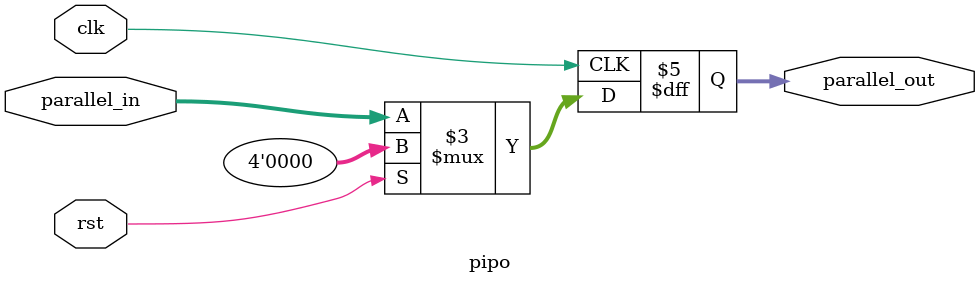
<source format=v>


module pipo(input clk, rst,
input [3:0]parallel_in,
output reg [3:0]parallel_out);

always @(posedge clk)begin
if(rst)
parallel_out <= 0;
else
parallel_out <= parallel_in;
end
endmodule

</source>
